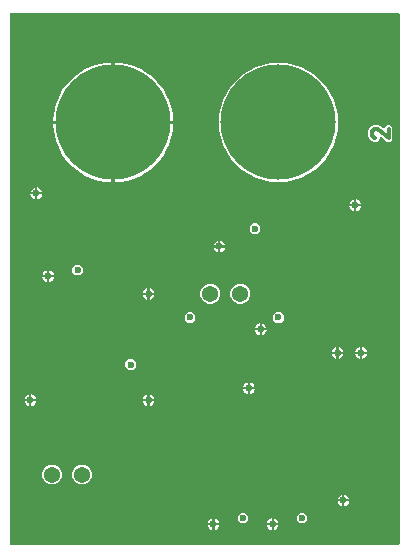
<source format=gbr>
G04 EAGLE Gerber RS-274X export*
G75*
%MOMM*%
%FSLAX34Y34*%
%LPD*%
%INCopper Layer 2*%
%IPPOS*%
%AMOC8*
5,1,8,0,0,1.08239X$1,22.5*%
G01*
%ADD10C,0.355600*%
%ADD11C,9.750000*%
%ADD12C,1.371600*%
%ADD13C,0.600000*%

G36*
X941758Y327504D02*
X941758Y327504D01*
X941777Y327502D01*
X941879Y327524D01*
X941981Y327540D01*
X941998Y327550D01*
X942018Y327554D01*
X942107Y327607D01*
X942198Y327656D01*
X942212Y327670D01*
X942229Y327680D01*
X942296Y327759D01*
X942368Y327834D01*
X942376Y327852D01*
X942389Y327867D01*
X942428Y327963D01*
X942471Y328057D01*
X942473Y328077D01*
X942481Y328095D01*
X942499Y328262D01*
X942499Y776738D01*
X942496Y776758D01*
X942498Y776777D01*
X942476Y776879D01*
X942460Y776981D01*
X942450Y776998D01*
X942446Y777018D01*
X942393Y777107D01*
X942344Y777198D01*
X942330Y777212D01*
X942320Y777229D01*
X942241Y777296D01*
X942166Y777368D01*
X942148Y777376D01*
X942133Y777389D01*
X942037Y777428D01*
X941943Y777471D01*
X941923Y777473D01*
X941905Y777481D01*
X941738Y777499D01*
X613262Y777499D01*
X613242Y777496D01*
X613223Y777498D01*
X613121Y777476D01*
X613019Y777460D01*
X613002Y777450D01*
X612982Y777446D01*
X612893Y777393D01*
X612802Y777344D01*
X612788Y777330D01*
X612771Y777320D01*
X612704Y777241D01*
X612632Y777166D01*
X612624Y777148D01*
X612611Y777133D01*
X612572Y777037D01*
X612529Y776943D01*
X612527Y776923D01*
X612519Y776905D01*
X612501Y776738D01*
X612501Y328262D01*
X612504Y328242D01*
X612502Y328223D01*
X612524Y328121D01*
X612540Y328019D01*
X612550Y328002D01*
X612554Y327982D01*
X612607Y327893D01*
X612656Y327802D01*
X612670Y327788D01*
X612680Y327771D01*
X612759Y327704D01*
X612834Y327632D01*
X612852Y327624D01*
X612867Y327611D01*
X612963Y327572D01*
X613057Y327529D01*
X613077Y327527D01*
X613095Y327519D01*
X613262Y327501D01*
X941738Y327501D01*
X941758Y327504D01*
G37*
%LPC*%
G36*
X833384Y634749D02*
X833384Y634749D01*
X820604Y638174D01*
X809145Y644789D01*
X799789Y654145D01*
X793174Y665604D01*
X789749Y678384D01*
X789749Y691616D01*
X793174Y704396D01*
X799789Y715855D01*
X809145Y725211D01*
X820604Y731826D01*
X833384Y735251D01*
X846616Y735251D01*
X859396Y731826D01*
X870855Y725211D01*
X880211Y715855D01*
X886826Y704396D01*
X890251Y691616D01*
X890251Y678384D01*
X886826Y665604D01*
X880211Y654145D01*
X870855Y644789D01*
X859396Y638174D01*
X846616Y634749D01*
X833384Y634749D01*
G37*
%LPD*%
%LPC*%
G36*
X701523Y686523D02*
X701523Y686523D01*
X701523Y735751D01*
X702216Y735751D01*
X706630Y735365D01*
X710995Y734595D01*
X715276Y733448D01*
X719440Y731932D01*
X723457Y730059D01*
X727294Y727844D01*
X730925Y725302D01*
X734319Y722453D01*
X737453Y719319D01*
X740302Y715925D01*
X742844Y712294D01*
X745059Y708457D01*
X746932Y704440D01*
X748448Y700276D01*
X749595Y695995D01*
X750365Y691630D01*
X750751Y687216D01*
X750751Y686523D01*
X701523Y686523D01*
G37*
%LPD*%
%LPC*%
G36*
X649249Y686523D02*
X649249Y686523D01*
X649249Y687216D01*
X649635Y691630D01*
X650405Y695995D01*
X651552Y700276D01*
X653068Y704440D01*
X654941Y708457D01*
X657156Y712294D01*
X659698Y715925D01*
X662547Y719319D01*
X665681Y722453D01*
X669075Y725302D01*
X672706Y727844D01*
X676543Y730059D01*
X680560Y731932D01*
X684724Y733448D01*
X689005Y734595D01*
X693370Y735365D01*
X697784Y735751D01*
X698477Y735751D01*
X698477Y686523D01*
X649249Y686523D01*
G37*
%LPD*%
%LPC*%
G36*
X701523Y634249D02*
X701523Y634249D01*
X701523Y683477D01*
X750751Y683477D01*
X750751Y682784D01*
X750365Y678370D01*
X749595Y674005D01*
X748448Y669724D01*
X746932Y665560D01*
X745059Y661543D01*
X742844Y657706D01*
X740302Y654075D01*
X737453Y650681D01*
X734319Y647547D01*
X730925Y644698D01*
X727294Y642156D01*
X723457Y639941D01*
X719440Y638068D01*
X715276Y636552D01*
X710995Y635405D01*
X706630Y634635D01*
X702216Y634249D01*
X701523Y634249D01*
G37*
%LPD*%
%LPC*%
G36*
X697784Y634249D02*
X697784Y634249D01*
X693370Y634635D01*
X689005Y635405D01*
X684724Y636552D01*
X680560Y638068D01*
X676543Y639941D01*
X672706Y642156D01*
X669075Y644698D01*
X665681Y647547D01*
X662547Y650681D01*
X659698Y654075D01*
X657156Y657706D01*
X654941Y661543D01*
X653068Y665560D01*
X651552Y669724D01*
X650405Y674005D01*
X649635Y678370D01*
X649249Y682784D01*
X649249Y683477D01*
X698477Y683477D01*
X698477Y634249D01*
X697784Y634249D01*
G37*
%LPD*%
%LPC*%
G36*
X921149Y668659D02*
X921149Y668659D01*
X919561Y669173D01*
X917078Y671405D01*
X915719Y674455D01*
X915719Y677956D01*
X917551Y681128D01*
X920723Y682959D01*
X924011Y682959D01*
X926350Y681956D01*
X926361Y681954D01*
X926375Y681946D01*
X926689Y681811D01*
X927547Y680910D01*
X927569Y680894D01*
X927605Y680855D01*
X928689Y679934D01*
X928724Y679913D01*
X928754Y679885D01*
X928829Y679850D01*
X928900Y679807D01*
X928940Y679798D01*
X928977Y679781D01*
X929059Y679772D01*
X929140Y679754D01*
X929181Y679758D01*
X929221Y679754D01*
X929302Y679772D01*
X929384Y679780D01*
X929422Y679798D01*
X929462Y679806D01*
X929533Y679849D01*
X929608Y679883D01*
X929638Y679911D01*
X929673Y679932D01*
X929727Y679995D01*
X929787Y680052D01*
X929806Y680088D01*
X929833Y680119D01*
X929864Y680196D01*
X929903Y680269D01*
X929909Y680309D01*
X929925Y680347D01*
X929942Y680506D01*
X929943Y680511D01*
X929943Y680513D01*
X929943Y680514D01*
X929943Y681038D01*
X931864Y682959D01*
X934580Y682959D01*
X936501Y681038D01*
X936501Y671941D01*
X936504Y671919D01*
X936503Y671880D01*
X936602Y670665D01*
X936588Y670629D01*
X936555Y670575D01*
X936542Y670516D01*
X936519Y670460D01*
X936517Y670436D01*
X935656Y669575D01*
X935643Y669557D01*
X935614Y669530D01*
X934825Y668601D01*
X934790Y668586D01*
X934728Y668571D01*
X934677Y668538D01*
X934621Y668514D01*
X934602Y668499D01*
X933385Y668499D01*
X933363Y668496D01*
X933324Y668497D01*
X932109Y668398D01*
X932073Y668412D01*
X932019Y668445D01*
X931960Y668458D01*
X931904Y668481D01*
X931880Y668483D01*
X931019Y669344D01*
X931001Y669357D01*
X930974Y669386D01*
X926967Y672792D01*
X926884Y672842D01*
X926804Y672897D01*
X926779Y672905D01*
X926756Y672919D01*
X926661Y672940D01*
X926569Y672967D01*
X926542Y672966D01*
X926516Y672972D01*
X926420Y672962D01*
X926323Y672958D01*
X926298Y672948D01*
X926271Y672946D01*
X926184Y672905D01*
X926093Y672871D01*
X926072Y672854D01*
X926048Y672843D01*
X925978Y672776D01*
X925902Y672715D01*
X925888Y672692D01*
X925869Y672674D01*
X925823Y672588D01*
X925772Y672506D01*
X925766Y672481D01*
X925753Y672457D01*
X925737Y672361D01*
X925715Y672267D01*
X925717Y672241D01*
X925713Y672214D01*
X925724Y672144D01*
X924860Y669476D01*
X922441Y668240D01*
X921149Y668659D01*
G37*
%LPD*%
%LPC*%
G36*
X806037Y531641D02*
X806037Y531641D01*
X802965Y532914D01*
X800614Y535265D01*
X799341Y538337D01*
X799341Y541663D01*
X800614Y544735D01*
X802965Y547086D01*
X806037Y548359D01*
X809363Y548359D01*
X812435Y547086D01*
X814786Y544735D01*
X816059Y541663D01*
X816059Y538337D01*
X814786Y535265D01*
X812435Y532914D01*
X809363Y531641D01*
X806037Y531641D01*
G37*
%LPD*%
%LPC*%
G36*
X780637Y531641D02*
X780637Y531641D01*
X777565Y532914D01*
X775214Y535265D01*
X773941Y538337D01*
X773941Y541663D01*
X775214Y544735D01*
X777565Y547086D01*
X780637Y548359D01*
X783963Y548359D01*
X787035Y547086D01*
X789386Y544735D01*
X790659Y541663D01*
X790659Y538337D01*
X789386Y535265D01*
X787035Y532914D01*
X783963Y531641D01*
X780637Y531641D01*
G37*
%LPD*%
%LPC*%
G36*
X672037Y378541D02*
X672037Y378541D01*
X668965Y379814D01*
X666614Y382165D01*
X665341Y385237D01*
X665341Y388563D01*
X666614Y391635D01*
X668965Y393986D01*
X672037Y395259D01*
X675363Y395259D01*
X678435Y393986D01*
X680786Y391635D01*
X682059Y388563D01*
X682059Y385237D01*
X680786Y382165D01*
X678435Y379814D01*
X675363Y378541D01*
X672037Y378541D01*
G37*
%LPD*%
%LPC*%
G36*
X646637Y378541D02*
X646637Y378541D01*
X643565Y379814D01*
X641214Y382165D01*
X639941Y385237D01*
X639941Y388563D01*
X641214Y391635D01*
X643565Y393986D01*
X646637Y395259D01*
X649963Y395259D01*
X653035Y393986D01*
X655386Y391635D01*
X656659Y388563D01*
X656659Y385237D01*
X655386Y382165D01*
X653035Y379814D01*
X649963Y378541D01*
X646637Y378541D01*
G37*
%LPD*%
%LPC*%
G36*
X858136Y345499D02*
X858136Y345499D01*
X855499Y348136D01*
X855499Y351864D01*
X858136Y354501D01*
X861864Y354501D01*
X864501Y351864D01*
X864501Y348136D01*
X861864Y345499D01*
X858136Y345499D01*
G37*
%LPD*%
%LPC*%
G36*
X713136Y475499D02*
X713136Y475499D01*
X710499Y478136D01*
X710499Y481864D01*
X713136Y484501D01*
X716864Y484501D01*
X719501Y481864D01*
X719501Y478136D01*
X716864Y475499D01*
X713136Y475499D01*
G37*
%LPD*%
%LPC*%
G36*
X818136Y590499D02*
X818136Y590499D01*
X815499Y593136D01*
X815499Y596864D01*
X818136Y599501D01*
X821864Y599501D01*
X824501Y596864D01*
X824501Y593136D01*
X821864Y590499D01*
X818136Y590499D01*
G37*
%LPD*%
%LPC*%
G36*
X763136Y515499D02*
X763136Y515499D01*
X760499Y518136D01*
X760499Y521864D01*
X763136Y524501D01*
X766864Y524501D01*
X769501Y521864D01*
X769501Y518136D01*
X766864Y515499D01*
X763136Y515499D01*
G37*
%LPD*%
%LPC*%
G36*
X668136Y555499D02*
X668136Y555499D01*
X665499Y558136D01*
X665499Y561864D01*
X668136Y564501D01*
X671864Y564501D01*
X674501Y561864D01*
X674501Y558136D01*
X671864Y555499D01*
X668136Y555499D01*
G37*
%LPD*%
%LPC*%
G36*
X838136Y515499D02*
X838136Y515499D01*
X835499Y518136D01*
X835499Y521864D01*
X838136Y524501D01*
X841864Y524501D01*
X844501Y521864D01*
X844501Y518136D01*
X841864Y515499D01*
X838136Y515499D01*
G37*
%LPD*%
%LPC*%
G36*
X808136Y345499D02*
X808136Y345499D01*
X805499Y348136D01*
X805499Y351864D01*
X808136Y354501D01*
X811864Y354501D01*
X814501Y351864D01*
X814501Y348136D01*
X811864Y345499D01*
X808136Y345499D01*
G37*
%LPD*%
%LPC*%
G36*
X635874Y625874D02*
X635874Y625874D01*
X635874Y629943D01*
X636930Y629660D01*
X638071Y629002D01*
X639002Y628071D01*
X639660Y626930D01*
X639943Y625874D01*
X635874Y625874D01*
G37*
%LPD*%
%LPC*%
G36*
X730874Y540874D02*
X730874Y540874D01*
X730874Y544943D01*
X731930Y544660D01*
X733071Y544002D01*
X734002Y543071D01*
X734660Y541930D01*
X734943Y540874D01*
X730874Y540874D01*
G37*
%LPD*%
%LPC*%
G36*
X730874Y450874D02*
X730874Y450874D01*
X730874Y454943D01*
X731930Y454660D01*
X733071Y454002D01*
X734002Y453071D01*
X734660Y451930D01*
X734943Y450874D01*
X730874Y450874D01*
G37*
%LPD*%
%LPC*%
G36*
X905874Y615874D02*
X905874Y615874D01*
X905874Y619943D01*
X906930Y619660D01*
X908071Y619002D01*
X909002Y618071D01*
X909660Y616930D01*
X909943Y615874D01*
X905874Y615874D01*
G37*
%LPD*%
%LPC*%
G36*
X630874Y450874D02*
X630874Y450874D01*
X630874Y454943D01*
X631930Y454660D01*
X633071Y454002D01*
X634002Y453071D01*
X634660Y451930D01*
X634943Y450874D01*
X630874Y450874D01*
G37*
%LPD*%
%LPC*%
G36*
X790874Y580874D02*
X790874Y580874D01*
X790874Y584943D01*
X791930Y584660D01*
X793071Y584002D01*
X794002Y583071D01*
X794660Y581930D01*
X794943Y580874D01*
X790874Y580874D01*
G37*
%LPD*%
%LPC*%
G36*
X825874Y510874D02*
X825874Y510874D01*
X825874Y514943D01*
X826930Y514660D01*
X828071Y514002D01*
X829002Y513071D01*
X829660Y511930D01*
X829943Y510874D01*
X825874Y510874D01*
G37*
%LPD*%
%LPC*%
G36*
X815874Y460874D02*
X815874Y460874D01*
X815874Y464943D01*
X816930Y464660D01*
X818071Y464002D01*
X819002Y463071D01*
X819660Y461930D01*
X819943Y460874D01*
X815874Y460874D01*
G37*
%LPD*%
%LPC*%
G36*
X645874Y555874D02*
X645874Y555874D01*
X645874Y559943D01*
X646930Y559660D01*
X648071Y559002D01*
X649002Y558071D01*
X649660Y556930D01*
X649943Y555874D01*
X645874Y555874D01*
G37*
%LPD*%
%LPC*%
G36*
X890874Y490874D02*
X890874Y490874D01*
X890874Y494943D01*
X891930Y494660D01*
X893071Y494002D01*
X894002Y493071D01*
X894660Y491930D01*
X894943Y490874D01*
X890874Y490874D01*
G37*
%LPD*%
%LPC*%
G36*
X910874Y490874D02*
X910874Y490874D01*
X910874Y494943D01*
X911930Y494660D01*
X913071Y494002D01*
X914002Y493071D01*
X914660Y491930D01*
X914943Y490874D01*
X910874Y490874D01*
G37*
%LPD*%
%LPC*%
G36*
X895874Y365874D02*
X895874Y365874D01*
X895874Y369943D01*
X896930Y369660D01*
X898071Y369002D01*
X899002Y368071D01*
X899660Y366930D01*
X899943Y365874D01*
X895874Y365874D01*
G37*
%LPD*%
%LPC*%
G36*
X835874Y345874D02*
X835874Y345874D01*
X835874Y349943D01*
X836930Y349660D01*
X838071Y349002D01*
X839002Y348071D01*
X839660Y346930D01*
X839943Y345874D01*
X835874Y345874D01*
G37*
%LPD*%
%LPC*%
G36*
X785874Y345874D02*
X785874Y345874D01*
X785874Y349943D01*
X786930Y349660D01*
X788071Y349002D01*
X789002Y348071D01*
X789660Y346930D01*
X789943Y345874D01*
X785874Y345874D01*
G37*
%LPD*%
%LPC*%
G36*
X645874Y554126D02*
X645874Y554126D01*
X649943Y554126D01*
X649660Y553070D01*
X649002Y551929D01*
X648071Y550998D01*
X646930Y550340D01*
X645874Y550057D01*
X645874Y554126D01*
G37*
%LPD*%
%LPC*%
G36*
X725057Y540874D02*
X725057Y540874D01*
X725340Y541930D01*
X725998Y543071D01*
X726929Y544002D01*
X728070Y544660D01*
X729126Y544943D01*
X729126Y540874D01*
X725057Y540874D01*
G37*
%LPD*%
%LPC*%
G36*
X730874Y539126D02*
X730874Y539126D01*
X734943Y539126D01*
X734660Y538070D01*
X734002Y536929D01*
X733071Y535998D01*
X731930Y535340D01*
X730874Y535057D01*
X730874Y539126D01*
G37*
%LPD*%
%LPC*%
G36*
X820057Y510874D02*
X820057Y510874D01*
X820340Y511930D01*
X820998Y513071D01*
X821929Y514002D01*
X823070Y514660D01*
X824126Y514943D01*
X824126Y510874D01*
X820057Y510874D01*
G37*
%LPD*%
%LPC*%
G36*
X825874Y509126D02*
X825874Y509126D01*
X829943Y509126D01*
X829660Y508070D01*
X829002Y506929D01*
X828071Y505998D01*
X826930Y505340D01*
X825874Y505057D01*
X825874Y509126D01*
G37*
%LPD*%
%LPC*%
G36*
X630057Y625874D02*
X630057Y625874D01*
X630340Y626930D01*
X630998Y628071D01*
X631929Y629002D01*
X633070Y629660D01*
X634126Y629943D01*
X634126Y625874D01*
X630057Y625874D01*
G37*
%LPD*%
%LPC*%
G36*
X885057Y490874D02*
X885057Y490874D01*
X885340Y491930D01*
X885998Y493071D01*
X886929Y494002D01*
X888070Y494660D01*
X889126Y494943D01*
X889126Y490874D01*
X885057Y490874D01*
G37*
%LPD*%
%LPC*%
G36*
X905057Y490874D02*
X905057Y490874D01*
X905340Y491930D01*
X905998Y493071D01*
X906929Y494002D01*
X908070Y494660D01*
X909126Y494943D01*
X909126Y490874D01*
X905057Y490874D01*
G37*
%LPD*%
%LPC*%
G36*
X910874Y489126D02*
X910874Y489126D01*
X914943Y489126D01*
X914660Y488070D01*
X914002Y486929D01*
X913071Y485998D01*
X911930Y485340D01*
X910874Y485057D01*
X910874Y489126D01*
G37*
%LPD*%
%LPC*%
G36*
X890874Y489126D02*
X890874Y489126D01*
X894943Y489126D01*
X894660Y488070D01*
X894002Y486929D01*
X893071Y485998D01*
X891930Y485340D01*
X890874Y485057D01*
X890874Y489126D01*
G37*
%LPD*%
%LPC*%
G36*
X810057Y460874D02*
X810057Y460874D01*
X810340Y461930D01*
X810998Y463071D01*
X811929Y464002D01*
X813070Y464660D01*
X814126Y464943D01*
X814126Y460874D01*
X810057Y460874D01*
G37*
%LPD*%
%LPC*%
G36*
X815874Y459126D02*
X815874Y459126D01*
X819943Y459126D01*
X819660Y458070D01*
X819002Y456929D01*
X818071Y455998D01*
X816930Y455340D01*
X815874Y455057D01*
X815874Y459126D01*
G37*
%LPD*%
%LPC*%
G36*
X625057Y450874D02*
X625057Y450874D01*
X625340Y451930D01*
X625998Y453071D01*
X626929Y454002D01*
X628070Y454660D01*
X629126Y454943D01*
X629126Y450874D01*
X625057Y450874D01*
G37*
%LPD*%
%LPC*%
G36*
X725057Y450874D02*
X725057Y450874D01*
X725340Y451930D01*
X725998Y453071D01*
X726929Y454002D01*
X728070Y454660D01*
X729126Y454943D01*
X729126Y450874D01*
X725057Y450874D01*
G37*
%LPD*%
%LPC*%
G36*
X730874Y449126D02*
X730874Y449126D01*
X734943Y449126D01*
X734660Y448070D01*
X734002Y446929D01*
X733071Y445998D01*
X731930Y445340D01*
X730874Y445057D01*
X730874Y449126D01*
G37*
%LPD*%
%LPC*%
G36*
X630874Y449126D02*
X630874Y449126D01*
X634943Y449126D01*
X634660Y448070D01*
X634002Y446929D01*
X633071Y445998D01*
X631930Y445340D01*
X630874Y445057D01*
X630874Y449126D01*
G37*
%LPD*%
%LPC*%
G36*
X635874Y624126D02*
X635874Y624126D01*
X639943Y624126D01*
X639660Y623070D01*
X639002Y621929D01*
X638071Y620998D01*
X636930Y620340D01*
X635874Y620057D01*
X635874Y624126D01*
G37*
%LPD*%
%LPC*%
G36*
X900057Y615874D02*
X900057Y615874D01*
X900340Y616930D01*
X900998Y618071D01*
X901929Y619002D01*
X903070Y619660D01*
X904126Y619943D01*
X904126Y615874D01*
X900057Y615874D01*
G37*
%LPD*%
%LPC*%
G36*
X905874Y614126D02*
X905874Y614126D01*
X909943Y614126D01*
X909660Y613070D01*
X909002Y611929D01*
X908071Y610998D01*
X906930Y610340D01*
X905874Y610057D01*
X905874Y614126D01*
G37*
%LPD*%
%LPC*%
G36*
X890057Y365874D02*
X890057Y365874D01*
X890340Y366930D01*
X890998Y368071D01*
X891929Y369002D01*
X893070Y369660D01*
X894126Y369943D01*
X894126Y365874D01*
X890057Y365874D01*
G37*
%LPD*%
%LPC*%
G36*
X895874Y364126D02*
X895874Y364126D01*
X899943Y364126D01*
X899660Y363070D01*
X899002Y361929D01*
X898071Y360998D01*
X896930Y360340D01*
X895874Y360057D01*
X895874Y364126D01*
G37*
%LPD*%
%LPC*%
G36*
X785057Y580874D02*
X785057Y580874D01*
X785340Y581930D01*
X785998Y583071D01*
X786929Y584002D01*
X788070Y584660D01*
X789126Y584943D01*
X789126Y580874D01*
X785057Y580874D01*
G37*
%LPD*%
%LPC*%
G36*
X790874Y579126D02*
X790874Y579126D01*
X794943Y579126D01*
X794660Y578070D01*
X794002Y576929D01*
X793071Y575998D01*
X791930Y575340D01*
X790874Y575057D01*
X790874Y579126D01*
G37*
%LPD*%
%LPC*%
G36*
X640057Y555874D02*
X640057Y555874D01*
X640340Y556930D01*
X640998Y558071D01*
X641929Y559002D01*
X643070Y559660D01*
X644126Y559943D01*
X644126Y555874D01*
X640057Y555874D01*
G37*
%LPD*%
%LPC*%
G36*
X780057Y345874D02*
X780057Y345874D01*
X780340Y346930D01*
X780998Y348071D01*
X781929Y349002D01*
X783070Y349660D01*
X784126Y349943D01*
X784126Y345874D01*
X780057Y345874D01*
G37*
%LPD*%
%LPC*%
G36*
X830057Y345874D02*
X830057Y345874D01*
X830340Y346930D01*
X830998Y348071D01*
X831929Y349002D01*
X833070Y349660D01*
X834126Y349943D01*
X834126Y345874D01*
X830057Y345874D01*
G37*
%LPD*%
%LPC*%
G36*
X785874Y344126D02*
X785874Y344126D01*
X789943Y344126D01*
X789660Y343070D01*
X789002Y341929D01*
X788071Y340998D01*
X786930Y340340D01*
X785874Y340057D01*
X785874Y344126D01*
G37*
%LPD*%
%LPC*%
G36*
X835874Y344126D02*
X835874Y344126D01*
X839943Y344126D01*
X839660Y343070D01*
X839002Y341929D01*
X838071Y340998D01*
X836930Y340340D01*
X835874Y340057D01*
X835874Y344126D01*
G37*
%LPD*%
%LPC*%
G36*
X908070Y485340D02*
X908070Y485340D01*
X906929Y485998D01*
X905998Y486929D01*
X905340Y488070D01*
X905057Y489126D01*
X909126Y489126D01*
X909126Y485057D01*
X908070Y485340D01*
G37*
%LPD*%
%LPC*%
G36*
X813070Y455340D02*
X813070Y455340D01*
X811929Y455998D01*
X810998Y456929D01*
X810340Y458070D01*
X810057Y459126D01*
X814126Y459126D01*
X814126Y455057D01*
X813070Y455340D01*
G37*
%LPD*%
%LPC*%
G36*
X903070Y610340D02*
X903070Y610340D01*
X901929Y610998D01*
X900998Y611929D01*
X900340Y613070D01*
X900057Y614126D01*
X904126Y614126D01*
X904126Y610057D01*
X903070Y610340D01*
G37*
%LPD*%
%LPC*%
G36*
X633070Y620340D02*
X633070Y620340D01*
X631929Y620998D01*
X630998Y621929D01*
X630340Y623070D01*
X630057Y624126D01*
X634126Y624126D01*
X634126Y620057D01*
X633070Y620340D01*
G37*
%LPD*%
%LPC*%
G36*
X893070Y360340D02*
X893070Y360340D01*
X891929Y360998D01*
X890998Y361929D01*
X890340Y363070D01*
X890057Y364126D01*
X894126Y364126D01*
X894126Y360057D01*
X893070Y360340D01*
G37*
%LPD*%
%LPC*%
G36*
X728070Y445340D02*
X728070Y445340D01*
X726929Y445998D01*
X725998Y446929D01*
X725340Y448070D01*
X725057Y449126D01*
X729126Y449126D01*
X729126Y445057D01*
X728070Y445340D01*
G37*
%LPD*%
%LPC*%
G36*
X643070Y550340D02*
X643070Y550340D01*
X641929Y550998D01*
X640998Y551929D01*
X640340Y553070D01*
X640057Y554126D01*
X644126Y554126D01*
X644126Y550057D01*
X643070Y550340D01*
G37*
%LPD*%
%LPC*%
G36*
X888070Y485340D02*
X888070Y485340D01*
X886929Y485998D01*
X885998Y486929D01*
X885340Y488070D01*
X885057Y489126D01*
X889126Y489126D01*
X889126Y485057D01*
X888070Y485340D01*
G37*
%LPD*%
%LPC*%
G36*
X823070Y505340D02*
X823070Y505340D01*
X821929Y505998D01*
X820998Y506929D01*
X820340Y508070D01*
X820057Y509126D01*
X824126Y509126D01*
X824126Y505057D01*
X823070Y505340D01*
G37*
%LPD*%
%LPC*%
G36*
X788070Y575340D02*
X788070Y575340D01*
X786929Y575998D01*
X785998Y576929D01*
X785340Y578070D01*
X785057Y579126D01*
X789126Y579126D01*
X789126Y575057D01*
X788070Y575340D01*
G37*
%LPD*%
%LPC*%
G36*
X628070Y445340D02*
X628070Y445340D01*
X626929Y445998D01*
X625998Y446929D01*
X625340Y448070D01*
X625057Y449126D01*
X629126Y449126D01*
X629126Y445057D01*
X628070Y445340D01*
G37*
%LPD*%
%LPC*%
G36*
X783070Y340340D02*
X783070Y340340D01*
X781929Y340998D01*
X780998Y341929D01*
X780340Y343070D01*
X780057Y344126D01*
X784126Y344126D01*
X784126Y340057D01*
X783070Y340340D01*
G37*
%LPD*%
%LPC*%
G36*
X728070Y535340D02*
X728070Y535340D01*
X726929Y535998D01*
X725998Y536929D01*
X725340Y538070D01*
X725057Y539126D01*
X729126Y539126D01*
X729126Y535057D01*
X728070Y535340D01*
G37*
%LPD*%
%LPC*%
G36*
X833070Y340340D02*
X833070Y340340D01*
X831929Y340998D01*
X830998Y341929D01*
X830340Y343070D01*
X830057Y344126D01*
X834126Y344126D01*
X834126Y340057D01*
X833070Y340340D01*
G37*
%LPD*%
%LPC*%
G36*
X699999Y684999D02*
X699999Y684999D01*
X699999Y685001D01*
X700001Y685001D01*
X700001Y684999D01*
X699999Y684999D01*
G37*
%LPD*%
D10*
X922554Y679680D02*
X922438Y679678D01*
X922321Y679672D01*
X922205Y679663D01*
X922090Y679650D01*
X921975Y679633D01*
X921860Y679612D01*
X921747Y679587D01*
X921634Y679559D01*
X921522Y679527D01*
X921411Y679491D01*
X921301Y679452D01*
X921193Y679409D01*
X921086Y679363D01*
X920981Y679313D01*
X920878Y679260D01*
X920776Y679204D01*
X920676Y679144D01*
X920578Y679081D01*
X920483Y679014D01*
X920389Y678945D01*
X920298Y678873D01*
X920209Y678798D01*
X920123Y678719D01*
X920040Y678638D01*
X919959Y678555D01*
X919880Y678469D01*
X919805Y678380D01*
X919733Y678289D01*
X919664Y678195D01*
X919597Y678100D01*
X919534Y678002D01*
X919474Y677902D01*
X919418Y677800D01*
X919365Y677697D01*
X919315Y677592D01*
X919269Y677485D01*
X919226Y677377D01*
X919187Y677267D01*
X919151Y677156D01*
X919119Y677044D01*
X919091Y676931D01*
X919066Y676818D01*
X919045Y676703D01*
X919028Y676588D01*
X919015Y676473D01*
X919006Y676357D01*
X919000Y676240D01*
X918998Y676124D01*
X919000Y675990D01*
X919006Y675857D01*
X919016Y675724D01*
X919029Y675591D01*
X919047Y675458D01*
X919068Y675327D01*
X919093Y675195D01*
X919122Y675065D01*
X919155Y674935D01*
X919192Y674807D01*
X919232Y674680D01*
X919276Y674554D01*
X919324Y674429D01*
X919376Y674305D01*
X919431Y674184D01*
X919489Y674064D01*
X919551Y673945D01*
X919616Y673829D01*
X919685Y673714D01*
X919757Y673602D01*
X919833Y673492D01*
X919911Y673383D01*
X919993Y673278D01*
X920078Y673175D01*
X920166Y673074D01*
X920256Y672976D01*
X920350Y672880D01*
X920446Y672788D01*
X920545Y672698D01*
X920646Y672611D01*
X920750Y672527D01*
X920857Y672446D01*
X920965Y672369D01*
X921076Y672294D01*
X921189Y672223D01*
X921304Y672155D01*
X921422Y672091D01*
X921540Y672030D01*
X921661Y671972D01*
X921783Y671918D01*
X921907Y671868D01*
X922032Y671821D01*
X922159Y671778D01*
X925320Y678495D02*
X925236Y678580D01*
X925150Y678662D01*
X925062Y678741D01*
X924971Y678818D01*
X924878Y678892D01*
X924782Y678963D01*
X924684Y679031D01*
X924585Y679095D01*
X924483Y679157D01*
X924379Y679216D01*
X924274Y679271D01*
X924167Y679323D01*
X924058Y679371D01*
X923948Y679416D01*
X923837Y679458D01*
X923724Y679496D01*
X923611Y679531D01*
X923496Y679562D01*
X923380Y679590D01*
X923264Y679614D01*
X923146Y679634D01*
X923029Y679650D01*
X922910Y679663D01*
X922792Y679673D01*
X922673Y679678D01*
X922554Y679680D01*
X925320Y678495D02*
X933222Y671778D01*
X933222Y679680D01*
D11*
X840000Y685000D03*
D12*
X782300Y540000D03*
X807700Y540000D03*
X648300Y386900D03*
X673700Y386900D03*
D11*
X700000Y685000D03*
D13*
X820000Y595000D03*
X810000Y350000D03*
X860000Y350000D03*
X840000Y520000D03*
X765000Y520000D03*
X670000Y560000D03*
X715000Y480000D03*
X905000Y615000D03*
X890000Y490000D03*
X910000Y490000D03*
X895000Y365000D03*
X645000Y555000D03*
X630000Y450000D03*
X635000Y625000D03*
X730000Y450000D03*
X730000Y540000D03*
X790000Y580000D03*
X835000Y345000D03*
X785000Y345000D03*
X825000Y510000D03*
X815000Y460000D03*
M02*

</source>
